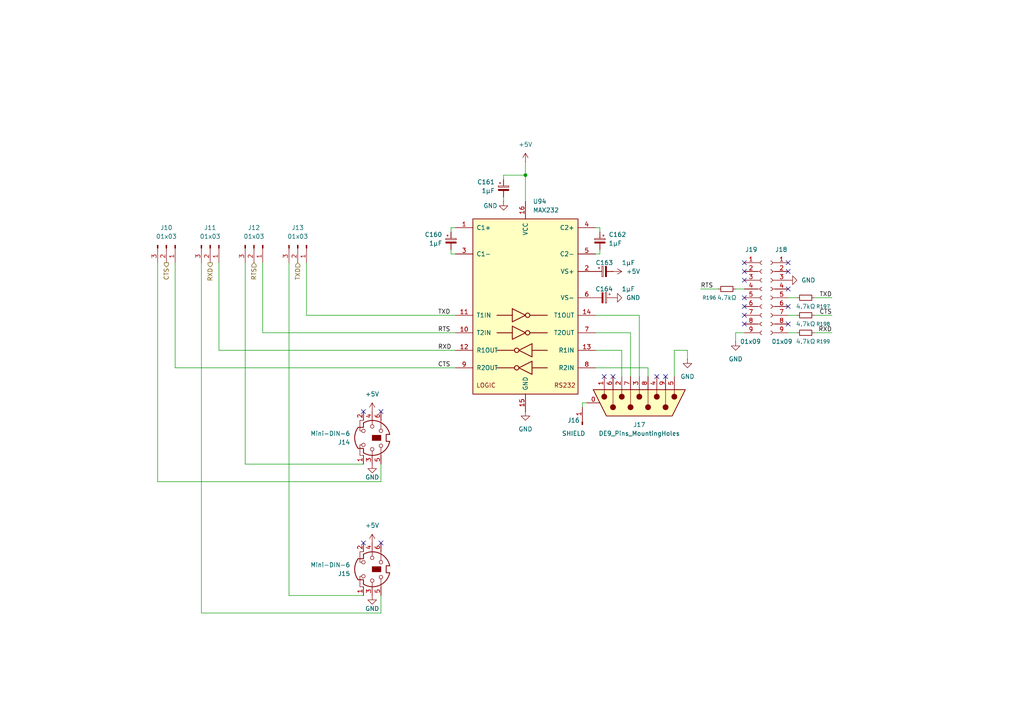
<source format=kicad_sch>
(kicad_sch (version 20250114) (generator "eeschema") (generator_version "9.0")
  (paper "A4")
  (lib_symbols
    (symbol "Connector:Conn_01x01_Pin" (pin_names (offset 1.016) (hide yes))
      (property "Reference" "J" (at 0 2.54 0))
      (property "Value" "Conn_01x01_Pin" (at 0 -2.54 0))
      (symbol "Conn_01x01_Pin_1_1"
        (rectangle (start 0.8636 0.127) (end 0 -0.127) (stroke (width 0.1524)) (fill (type outline)))
        (polyline (pts (xy 1.27 0) (xy 0.8636 0)) (stroke (width 0.1524)))
        (pin passive line (at 5.08 0 180) (length 3.81) (name "Pin_1") (number "1"))
      )
    )
    (symbol "Connector:Conn_01x03_Pin" (pin_names (offset 1.016) (hide yes))
      (property "Reference" "J" (at 0 5.08 0))
      (property "Value" "Conn_01x03_Pin" (at 0 -5.08 0))
      (symbol "Conn_01x03_Pin_1_1"
        (rectangle (start 0.8636 2.667) (end 0 2.413) (stroke (width 0.1524)) (fill (type outline)))
        (rectangle (start 0.8636 0.127) (end 0 -0.127) (stroke (width 0.1524)) (fill (type outline)))
        (rectangle (start 0.8636 -2.413) (end 0 -2.667) (stroke (width 0.1524)) (fill (type outline)))
        (polyline (pts (xy 1.27 2.54) (xy 0.8636 2.54)) (stroke (width 0.1524)))
        (polyline (pts (xy 1.27 0) (xy 0.8636 0)) (stroke (width 0.1524)))
        (polyline (pts (xy 1.27 -2.54) (xy 0.8636 -2.54)) (stroke (width 0.1524)))
        (pin passive line (at 5.08 2.54 180) (length 3.81) (name "Pin_1") (number "1"))
        (pin passive line (at 5.08 0 180) (length 3.81) (name "Pin_2") (number "2"))
        (pin passive line (at 5.08 -2.54 180) (length 3.81) (name "Pin_3") (number "3"))
      )
    )
    (symbol "Connector:Conn_01x09_Socket" (pin_names (offset 1.016) (hide yes))
      (property "Reference" "J" (at 0 12.7 0))
      (property "Value" "Conn_01x09_Socket" (at 0 -12.7 0))
      (symbol "Conn_01x09_Socket_1_1"
        (polyline (pts (xy -1.27 10.16) (xy -0.508 10.16)) (stroke (width 0.1524)))
        (polyline (pts (xy -1.27 7.62) (xy -0.508 7.62)) (stroke (width 0.1524)))
        (polyline (pts (xy -1.27 5.08) (xy -0.508 5.08)) (stroke (width 0.1524)))
        (polyline (pts (xy -1.27 2.54) (xy -0.508 2.54)) (stroke (width 0.1524)))
        (polyline (pts (xy -1.27 0) (xy -0.508 0)) (stroke (width 0.1524)))
        (polyline (pts (xy -1.27 -2.54) (xy -0.508 -2.54)) (stroke (width 0.1524)))
        (polyline (pts (xy -1.27 -5.08) (xy -0.508 -5.08)) (stroke (width 0.1524)))
        (polyline (pts (xy -1.27 -7.62) (xy -0.508 -7.62)) (stroke (width 0.1524)))
        (polyline (pts (xy -1.27 -10.16) (xy -0.508 -10.16)) (stroke (width 0.1524)))
        (arc (start 0 9.652) (mid -0.5058 10.16) (end 0 10.668) (stroke (width 0.1524)))
        (arc (start 0 7.112) (mid -0.5058 7.62) (end 0 8.128) (stroke (width 0.1524)))
        (arc (start 0 4.572) (mid -0.5058 5.08) (end 0 5.588) (stroke (width 0.1524)))
        (arc (start 0 2.032) (mid -0.5058 2.54) (end 0 3.048) (stroke (width 0.1524)))
        (arc (start 0 -0.508) (mid -0.5058 0) (end 0 0.508) (stroke (width 0.1524)))
        (arc (start 0 -3.048) (mid -0.5058 -2.54) (end 0 -2.032) (stroke (width 0.1524)))
        (arc (start 0 -5.588) (mid -0.5058 -5.08) (end 0 -4.572) (stroke (width 0.1524)))
        (arc (start 0 -8.128) (mid -0.5058 -7.62) (end 0 -7.112) (stroke (width 0.1524)))
        (arc (start 0 -10.668) (mid -0.5058 -10.16) (end 0 -9.652) (stroke (width 0.1524)))
        (pin passive line (at -5.08 10.16 0) (length 3.81) (name "Pin_1") (number "1"))
        (pin passive line (at -5.08 7.62 0) (length 3.81) (name "Pin_2") (number "2"))
        (pin passive line (at -5.08 5.08 0) (length 3.81) (name "Pin_3") (number "3"))
        (pin passive line (at -5.08 2.54 0) (length 3.81) (name "Pin_4") (number "4"))
        (pin passive line (at -5.08 0 0) (length 3.81) (name "Pin_5") (number "5"))
        (pin passive line (at -5.08 -2.54 0) (length 3.81) (name "Pin_6") (number "6"))
        (pin passive line (at -5.08 -5.08 0) (length 3.81) (name "Pin_7") (number "7"))
        (pin passive line (at -5.08 -7.62 0) (length 3.81) (name "Pin_8") (number "8"))
        (pin passive line (at -5.08 -10.16 0) (length 3.81) (name "Pin_9") (number "9"))
      )
    )
    (symbol "Connector:DE9_Pins_MountingHoles" (pin_names (offset 1.016) (hide yes))
      (property "Reference" "J" (at 0 16.51 0))
      (property "Value" "DE9_Pins_MountingHoles" (at 0 14.605 0))
      (symbol "DE9_Pins_MountingHoles_0_1"
        (polyline (pts (xy -3.81 10.16) (xy -2.54 10.16)))
        (polyline (pts (xy -3.81 7.62) (xy 0.508 7.62)))
        (polyline (pts (xy -3.81 5.08) (xy -2.54 5.08)))
        (polyline (pts (xy -3.81 2.54) (xy 0.508 2.54)))
        (polyline (pts (xy -3.81 0) (xy -2.54 0)))
        (polyline (pts (xy -3.81 -2.54) (xy 0.508 -2.54)))
        (polyline (pts (xy -3.81 -5.08) (xy -2.54 -5.08)))
        (polyline (pts (xy -3.81 -7.62) (xy 0.508 -7.62)))
        (polyline (pts (xy -3.81 -10.16) (xy -2.54 -10.16)))
        (polyline (pts (xy -3.81 -13.335) (xy -3.81 13.335) (xy 3.81 9.525) (xy 3.81 -9.525) (xy -3.81 -13.335)) (stroke (width 0.254)) (fill (type background)))
        (circle (center -1.778 10.16) (radius 0.762) (fill (type outline)))
        (circle (center -1.778 5.08) (radius 0.762) (fill (type outline)))
        (circle (center -1.778 0) (radius 0.762) (fill (type outline)))
        (circle (center -1.778 -5.08) (radius 0.762) (fill (type outline)))
        (circle (center -1.778 -10.16) (radius 0.762) (fill (type outline)))
        (circle (center 1.27 7.62) (radius 0.762) (fill (type outline)))
        (circle (center 1.27 2.54) (radius 0.762) (fill (type outline)))
        (circle (center 1.27 -2.54) (radius 0.762) (fill (type outline)))
        (circle (center 1.27 -7.62) (radius 0.762) (fill (type outline)))
      )
      (symbol "DE9_Pins_MountingHoles_1_1"
        (pin passive line (at -7.62 10.16 0) (length 3.81) (name "5") (number "5"))
        (pin passive line (at -7.62 7.62 0) (length 3.81) (name "9") (number "9"))
        (pin passive line (at -7.62 5.08 0) (length 3.81) (name "4") (number "4"))
        (pin passive line (at -7.62 2.54 0) (length 3.81) (name "8") (number "8"))
        (pin passive line (at -7.62 0 0) (length 3.81) (name "3") (number "3"))
        (pin passive line (at -7.62 -2.54 0) (length 3.81) (name "7") (number "7"))
        (pin passive line (at -7.62 -5.08 0) (length 3.81) (name "2") (number "2"))
        (pin passive line (at -7.62 -7.62 0) (length 3.81) (name "6") (number "6"))
        (pin passive line (at -7.62 -10.16 0) (length 3.81) (name "1") (number "1"))
        (pin passive line (at 0 -15.24 90) (length 3.81) (name "PAD") (number "0"))
      )
    )
    (symbol "Connector:Mini-DIN-6" (pin_names (offset 1.016))
      (property "Reference" "J" (at 0 6.35 0))
      (property "Value" "Mini-DIN-6" (at 0 -6.35 0))
      (symbol "Mini-DIN-6_0_1"
        (polyline (pts (xy -4.318 -2.54) (xy -3.048 -2.54) (xy -3.048 -4.064)) (stroke (width 0.254)))
        (polyline (pts (xy -3.81 0) (xy -5.08 0)))
        (circle (center -3.302 0) (radius 0.508))
        (polyline (pts (xy -2.54 2.54) (xy -5.08 2.54)))
        (circle (center -2.032 2.54) (radius 0.508))
        (circle (center -2.032 -2.54) (radius 0.508))
        (polyline (pts (xy -2.032 -3.048) (xy -2.032 -3.556) (xy -5.08 -3.556) (xy -5.08 -2.54)))
        (polyline (pts (xy -1.016 5.08) (xy -1.016 4.064) (xy 1.016 4.064) (xy 1.016 5.08)) (stroke (width 0.254)))
        (rectangle (start -0.762 2.54) (end 0.762 0) (fill (type outline)))
        (arc (start 3.048 -4.064) (mid 0 -5.08) (end -3.048 -4.064) (stroke (width 0.254)))
        (arc (start 1.016 5.08) (mid 4.6646 2.1356) (end 4.318 -2.54) (stroke (width 0.254)))
        (arc (start -4.318 -2.54) (mid -4.6241 2.1181) (end -1.016 5.08) (stroke (width 0.254)))
        (circle (center 2.032 -2.54) (radius 0.508))
        (polyline (pts (xy 2.032 -3.048) (xy 2.032 -3.556) (xy 5.08 -3.556) (xy 5.08 -2.54)))
        (circle (center 2.286 2.54) (radius 0.508))
        (polyline (pts (xy 2.794 2.54) (xy 5.08 2.54)))
        (circle (center 3.302 0) (radius 0.508))
        (polyline (pts (xy 4.318 -2.54) (xy 3.048 -2.54) (xy 3.048 -4.064)) (stroke (width 0.254)))
        (polyline (pts (xy 5.08 0) (xy 3.81 0)))
      )
      (symbol "Mini-DIN-6_1_1"
        (pin passive line (at -7.62 2.54 0) (length 2.54) (name "~") (number "6"))
        (pin passive line (at -7.62 0 0) (length 2.54) (name "~") (number "4"))
        (pin passive line (at -7.62 -2.54 0) (length 2.54) (name "~") (number "2"))
        (pin passive line (at 7.62 2.54 180) (length 2.54) (name "~") (number "5"))
        (pin passive line (at 7.62 0 180) (length 2.54) (name "~") (number "3"))
        (pin passive line (at 7.62 -2.54 180) (length 2.54) (name "~") (number "1"))
      )
    )
    (symbol "Device:C_Polarized_Small" (pin_numbers (hide yes)) (pin_names (offset 0.254) (hide yes))
      (property "Reference" "C" (at 0.254 1.778 0))
      (property "Value" "C_Polarized_Small" (at 0.254 -2.032 0))
      (symbol "C_Polarized_Small_0_1"
        (rectangle (start -1.524 0.6858) (end 1.524 0.3048))
        (rectangle (start -1.524 -0.3048) (end 1.524 -0.6858) (fill (type outline)))
        (polyline (pts (xy -1.27 1.524) (xy -0.762 1.524)))
        (polyline (pts (xy -1.016 1.27) (xy -1.016 1.778)))
      )
      (symbol "C_Polarized_Small_1_1"
        (pin passive line (at 0 2.54 270) (length 1.8542) (name "~") (number "1"))
        (pin passive line (at 0 -2.54 90) (length 1.8542) (name "~") (number "2"))
      )
    )
    (symbol "Device:R_Small" (pin_numbers (hide yes)) (pin_names (offset 0.254) (hide yes))
      (property "Reference" "R" (at 0 0 90))
      (property "Value" "R_Small" (at 1.778 0 90))
      (symbol "R_Small_0_1"
        (rectangle (start -0.762 1.778) (end 0.762 -1.778) (stroke (width 0.2032)))
      )
      (symbol "R_Small_1_1"
        (pin passive line (at 0 2.54 270) (length 0.762) (name "~") (number "1"))
        (pin passive line (at 0 -2.54 90) (length 0.762) (name "~") (number "2"))
      )
    )
    (symbol "Interface_UART:MAX232" (pin_names (offset 1.016))
      (property "Reference" "U" (at -2.54 28.575 0))
      (property "Value" "MAX232" (at -2.54 26.67 0))
      (symbol "MAX232_0_0"
        (text "LOGIC" (at -11.43 -22.86 0) (effects (font (size 1.27 1.27))))
        (text "RS232" (at 11.43 -22.86 0) (effects (font (size 1.27 1.27))))
      )
      (symbol "MAX232_0_1"
        (rectangle (start -15.24 -25.4) (end 15.24 25.4) (stroke (width 0.254)) (fill (type background)))
        (polyline (pts (xy -3.81 -0.635) (xy -3.81 -4.445) (xy 0 -2.54) (xy -3.81 -0.635)) (stroke (width 0.254)))
        (polyline (pts (xy -3.81 -2.54) (xy -8.255 -2.54)) (stroke (width 0.254)))
        (polyline (pts (xy -3.81 -5.715) (xy -3.81 -9.525) (xy 0 -7.62) (xy -3.81 -5.715)) (stroke (width 0.254)))
        (polyline (pts (xy -3.81 -7.62) (xy -8.255 -7.62)) (stroke (width 0.254)))
        (polyline (pts (xy -3.175 -12.7) (xy -8.255 -12.7)) (stroke (width 0.254)))
        (polyline (pts (xy -3.175 -17.78) (xy -8.255 -17.78)) (stroke (width 0.254)))
        (circle (center -2.54 -12.7) (radius 0.635) (stroke (width 0.254)))
        (circle (center -2.54 -17.78) (radius 0.635) (stroke (width 0.254)))
        (circle (center 0.635 -2.54) (radius 0.635) (stroke (width 0.254)))
        (circle (center 0.635 -7.62) (radius 0.635) (stroke (width 0.254)))
        (polyline (pts (xy 1.27 -2.54) (xy 6.35 -2.54)) (stroke (width 0.254)))
        (polyline (pts (xy 1.27 -7.62) (xy 6.35 -7.62)) (stroke (width 0.254)))
        (polyline (pts (xy 1.905 -10.795) (xy 1.905 -14.605) (xy -1.905 -12.7) (xy 1.905 -10.795)) (stroke (width 0.254)))
        (polyline (pts (xy 1.905 -12.7) (xy 6.35 -12.7)) (stroke (width 0.254)))
        (polyline (pts (xy 1.905 -15.875) (xy 1.905 -19.685) (xy -1.905 -17.78) (xy 1.905 -15.875)) (stroke (width 0.254)))
        (polyline (pts (xy 1.905 -17.78) (xy 6.35 -17.78)) (stroke (width 0.254)))
      )
      (symbol "MAX232_1_1"
        (pin passive line (at -20.32 22.86 0) (length 5.08) (name "C1+") (number "1"))
        (pin passive line (at -20.32 15.24 0) (length 5.08) (name "C1-") (number "3"))
        (pin input line (at -20.32 -2.54 0) (length 5.08) (name "T1IN") (number "11"))
        (pin input line (at -20.32 -7.62 0) (length 5.08) (name "T2IN") (number "10"))
        (pin output line (at -20.32 -12.7 0) (length 5.08) (name "R1OUT") (number "12"))
        (pin output line (at -20.32 -17.78 0) (length 5.08) (name "R2OUT") (number "9"))
        (pin power_in line (at 0 30.48 270) (length 5.08) (name "VCC") (number "16"))
        (pin power_in line (at 0 -30.48 90) (length 5.08) (name "GND") (number "15"))
        (pin passive line (at 20.32 22.86 180) (length 5.08) (name "C2+") (number "4"))
        (pin passive line (at 20.32 15.24 180) (length 5.08) (name "C2-") (number "5"))
        (pin power_out line (at 20.32 10.16 180) (length 5.08) (name "VS+") (number "2"))
        (pin power_out line (at 20.32 2.54 180) (length 5.08) (name "VS-") (number "6"))
        (pin output line (at 20.32 -2.54 180) (length 5.08) (name "T1OUT") (number "14"))
        (pin output line (at 20.32 -7.62 180) (length 5.08) (name "T2OUT") (number "7"))
        (pin input line (at 20.32 -12.7 180) (length 5.08) (name "R1IN") (number "13"))
        (pin input line (at 20.32 -17.78 180) (length 5.08) (name "R2IN") (number "8"))
      )
    )
    (symbol "power:+5V" (power) (pin_numbers (hide yes)) (pin_names (offset 0) (hide yes))
      (property "Value" "+5V" (at 0 3.556 0))
      (symbol "+5V_0_1"
        (polyline (pts (xy -0.762 1.27) (xy 0 2.54)))
        (polyline (pts (xy 0 2.54) (xy 0.762 1.27)))
        (polyline (pts (xy 0 0) (xy 0 2.54)))
      )
      (symbol "+5V_1_1"
        (pin power_in line (at 0 0 90) (length 0) (name "~") (number "1"))
      )
    )
    (symbol "power:GND" (power) (pin_numbers (hide yes)) (pin_names (offset 0) (hide yes))
      (property "Value" "GND" (at 0 -3.81 0))
      (symbol "GND_0_1"
        (polyline (pts (xy 0 0) (xy 0 -1.27) (xy 1.27 -1.27) (xy 0 -2.54) (xy -1.27 -1.27) (xy 0 -1.27)))
      )
      (symbol "GND_1_1"
        (pin power_in line (at 0 0 270) (length 0) (name "~") (number "1"))
      )
    )
  )
  (junction (at 152.4 50.8))
  (no_connect (at 228.6 78.74))
  (no_connect (at 110.49 119.38))
  (no_connect (at 215.9 81.28))
  (no_connect (at 215.9 76.2))
  (no_connect (at 228.6 88.9))
  (no_connect (at 228.6 83.82))
  (no_connect (at 110.49 157.48))
  (no_connect (at 177.8 109.22))
  (no_connect (at 228.6 93.98))
  (no_connect (at 215.9 78.74))
  (no_connect (at 215.9 91.44))
  (no_connect (at 190.5 109.22))
  (no_connect (at 193.04 109.22))
  (no_connect (at 215.9 86.36))
  (no_connect (at 105.41 119.38))
  (no_connect (at 105.41 157.48))
  (no_connect (at 175.26 109.22))
  (no_connect (at 215.9 93.98))
  (no_connect (at 215.9 88.9))
  (no_connect (at 228.6 76.2))
  (wire (pts (xy 187.96 109.22) (xy 187.96 106.68)))
  (wire (pts (xy 172.72 96.52) (xy 182.88 96.52)))
  (wire (pts (xy 110.49 177.8) (xy 58.42 177.8)))
  (wire (pts (xy 130.81 73.66) (xy 130.81 72.39)))
  (wire (pts (xy 173.99 66.04) (xy 172.72 66.04)))
  (wire (pts (xy 58.42 76.2) (xy 58.42 177.8)))
  (wire (pts (xy 199.39 104.14) (xy 199.39 101.6)))
  (wire (pts (xy 228.6 86.36) (xy 231.14 86.36)))
  (wire (pts (xy 50.8 76.2) (xy 50.8 106.68)))
  (wire (pts (xy 146.05 50.8) (xy 152.4 50.8)))
  (wire (pts (xy 236.22 86.36) (xy 241.3 86.36)))
  (wire (pts (xy 213.36 96.52) (xy 213.36 99.06)))
  (wire (pts (xy 203.2 83.82) (xy 208.28 83.82)))
  (wire (pts (xy 110.49 134.62) (xy 110.49 139.7)))
  (wire (pts (xy 180.34 109.22) (xy 180.34 101.6)))
  (wire (pts (xy 105.41 134.62) (xy 71.12 134.62)))
  (wire (pts (xy 236.22 96.52) (xy 241.3 96.52)))
  (wire (pts (xy 50.8 106.68) (xy 132.08 106.68)))
  (wire (pts (xy 170.18 116.84) (xy 168.91 116.84)))
  (wire (pts (xy 76.2 96.52) (xy 76.2 76.2)))
  (wire (pts (xy 146.05 52.07) (xy 146.05 50.8)))
  (wire (pts (xy 195.58 101.6) (xy 195.58 109.22)))
  (wire (pts (xy 236.22 91.44) (xy 241.3 91.44)))
  (wire (pts (xy 146.05 57.15) (xy 146.05 58.42)))
  (wire (pts (xy 83.82 76.2) (xy 83.82 172.72)))
  (wire (pts (xy 71.12 76.2) (xy 71.12 134.62)))
  (wire (pts (xy 228.6 91.44) (xy 231.14 91.44)))
  (wire (pts (xy 152.4 46.99) (xy 152.4 50.8)))
  (wire (pts (xy 182.88 96.52) (xy 182.88 109.22)))
  (wire (pts (xy 215.9 96.52) (xy 213.36 96.52)))
  (wire (pts (xy 45.72 76.2) (xy 45.72 139.7)))
  (wire (pts (xy 110.49 172.72) (xy 110.49 177.8)))
  (wire (pts (xy 213.36 83.82) (xy 215.9 83.82)))
  (wire (pts (xy 76.2 96.52) (xy 132.08 96.52)))
  (wire (pts (xy 63.5 101.6) (xy 132.08 101.6)))
  (wire (pts (xy 88.9 91.44) (xy 132.08 91.44)))
  (wire (pts (xy 185.42 91.44) (xy 172.72 91.44)))
  (wire (pts (xy 132.08 73.66) (xy 130.81 73.66)))
  (wire (pts (xy 199.39 101.6) (xy 195.58 101.6)))
  (wire (pts (xy 173.99 67.31) (xy 173.99 66.04)))
  (wire (pts (xy 185.42 109.22) (xy 185.42 91.44)))
  (wire (pts (xy 187.96 106.68) (xy 172.72 106.68)))
  (wire (pts (xy 105.41 172.72) (xy 83.82 172.72)))
  (wire (pts (xy 173.99 73.66) (xy 173.99 72.39)))
  (wire (pts (xy 152.4 50.8) (xy 152.4 58.42)))
  (wire (pts (xy 228.6 96.52) (xy 231.14 96.52)))
  (wire (pts (xy 88.9 91.44) (xy 88.9 76.2)))
  (wire (pts (xy 63.5 101.6) (xy 63.5 76.2)))
  (wire (pts (xy 172.72 73.66) (xy 173.99 73.66)))
  (wire (pts (xy 110.49 139.7) (xy 45.72 139.7)))
  (wire (pts (xy 180.34 101.6) (xy 172.72 101.6)))
  (wire (pts (xy 130.81 66.04) (xy 132.08 66.04)))
  (wire (pts (xy 168.91 116.84) (xy 168.91 118.11)))
  (wire (pts (xy 130.81 67.31) (xy 130.81 66.04)))
  (label "RXD" (at 127 101.6 0))
  (label "RXD" (at 241.3 96.52 180))
  (label "TXD" (at 127 91.44 0))
  (label "CTS" (at 241.3 91.44 180))
  (label "CTS" (at 127 106.68 0))
  (label "RTS" (at 127 96.52 0))
  (label "RTS" (at 203.2 83.82 0))
  (label "TXD" (at 241.3 86.36 180))
  (hierarchical_label "RXD" (shape output) (at 60.96 76.2 270))
  (hierarchical_label "RTS" (shape input) (at 73.66 76.2 270))
  (hierarchical_label "TXD" (shape input) (at 86.36 76.2 270))
  (hierarchical_label "CTS" (shape output) (at 48.26 76.2 270))
  (symbol (lib_id "Connector:Mini-DIN-6") (at 107.95 127 270) (unit 1)
    (property "Reference" "J14" (at 101.6 128.2879 90) (effects (justify right)))
    (property "Value" "Mini-DIN-6" (at 101.6 125.7479 90) (effects (justify right)))
    (property "Datasheet" "http://service.powerdynamics.com/ec/Catalog17/Section%2011.pdf" (effects (hide yes)))
    (property "Description" "6-pin Mini-DIN connector" (effects (hide yes)))
  )
  (symbol (lib_id "Connector:Mini-DIN-6") (at 107.95 165.1 270) (unit 1)
    (property "Reference" "J15" (at 101.6 166.3879 90) (effects (justify right)))
    (property "Value" "Mini-DIN-6" (at 101.6 163.8479 90) (effects (justify right)))
    (property "Datasheet" "http://service.powerdynamics.com/ec/Catalog17/Section%2011.pdf" (effects (hide yes)))
    (property "Description" "6-pin Mini-DIN connector" (effects (hide yes)))
  )
  (symbol (lib_id "Connector:Conn_01x01_Pin") (at 168.91 123.19 270) (mirror x) (unit 1)
    (property "Reference" "J16" (at 166.37 121.92 90))
    (property "Value" "SHIELD" (at 166.37 125.73 90))
    (property "Description" "Generic connector, single row, 01x01, script generated" (effects (hide yes)))
  )
  (symbol (lib_id "Connector:Conn_01x03_Pin") (at 86.36 71.12 270) (unit 1)
    (property "Reference" "J13" (at 86.36 66.04 90))
    (property "Value" "01x03" (at 86.36 68.58 90))
    (property "Description" "Generic connector, single row, 01x03, script generated" (effects (hide yes)))
  )
  (symbol (lib_id "power:+5V") (at 152.4 46.99 0) (unit 1)
    (property "Reference" "#PWR0555" (effects (hide yes)))
    (property "Value" "+5V" (at 152.4 41.91 0))
    (property "Description" "Power symbol creates a global label with name \"+5V\"" (effects (hide yes)))
  )
  (symbol (lib_id "power:GND") (at 146.05 58.42 0) (unit 1)
    (property "Reference" "#PWR0554" (effects (hide yes)))
    (property "Value" "GND" (at 142.24 59.69 0))
    (property "Description" "Power symbol creates a global label with name \"GND\" , ground" (effects (hide yes)))
  )
  (symbol (lib_id "power:GND") (at 177.8 86.36 90) (unit 1)
    (property "Reference" "#PWR0558" (effects (hide yes)))
    (property "Value" "GND" (at 181.61 86.3599 90) (effects (justify right)))
    (property "Description" "Power symbol creates a global label with name \"GND\" , ground" (effects (hide yes)))
  )
  (symbol (lib_id "Device:R_Small") (at 210.82 83.82 90) (mirror x) (unit 1)
    (property "Reference" "R196" (at 205.74 86.36 90) (effects (font (size 1.016 1.016))))
    (property "Value" "4.7kΩ" (at 210.82 86.36 90))
    (property "Description" "Resistor, small symbol" (effects (hide yes)))
  )
  (symbol (lib_id "Device:C_Polarized_Small") (at 175.26 78.74 90) (mirror x) (unit 1)
    (property "Reference" "C163" (at 172.72 76.2 90) (effects (justify right)))
    (property "Value" "1µF" (at 180.34 76.2 90) (effects (justify right)))
    (property "Description" "Polarized capacitor, small symbol" (effects (hide yes)))
  )
  (symbol (lib_id "power:GND") (at 199.39 104.14 0) (unit 1)
    (property "Reference" "#PWR0559" (effects (hide yes)))
    (property "Value" "GND" (at 199.39 109.22 0))
    (property "Description" "Power symbol creates a global label with name \"GND\" , ground" (effects (hide yes)))
  )
  (symbol (lib_id "Device:C_Polarized_Small") (at 175.26 86.36 270) (unit 1)
    (property "Reference" "C164" (at 177.8 83.82 90) (effects (justify right)))
    (property "Value" "1µF" (at 184.15 83.82 90) (effects (justify right)))
    (property "Description" "Polarized capacitor, small symbol" (effects (hide yes)))
  )
  (symbol (lib_id "power:GND") (at 213.36 99.06 0) (unit 1)
    (property "Reference" "#PWR0560" (effects (hide yes)))
    (property "Value" "GND" (at 213.36 104.14 0))
    (property "Description" "Power symbol creates a global label with name \"GND\" , ground" (effects (hide yes)))
  )
  (symbol (lib_id "Device:C_Polarized_Small") (at 130.81 69.85 0) (unit 1)
    (property "Reference" "C160" (at 128.27 68.0338 0) (effects (justify right)))
    (property "Value" "1µF" (at 128.27 70.5738 0) (effects (justify right)))
    (property "Description" "Polarized capacitor, small symbol" (effects (hide yes)))
  )
  (symbol (lib_id "power:GND") (at 107.95 134.62 0) (unit 1)
    (property "Reference" "#PWR0551" (effects (hide yes)))
    (property "Value" "GND" (at 107.95 138.43 0))
    (property "Description" "Power symbol creates a global label with name \"GND\" , ground" (effects (hide yes)))
  )
  (symbol (lib_id "Device:R_Small") (at 233.68 86.36 90) (mirror x) (unit 1)
    (property "Reference" "R197" (at 238.76 88.9 90) (effects (font (size 1.016 1.016))))
    (property "Value" "4.7kΩ" (at 233.68 88.9 90))
    (property "Description" "Resistor, small symbol" (effects (hide yes)))
  )
  (symbol (lib_id "power:GND") (at 152.4 119.38 0) (unit 1)
    (property "Reference" "#PWR0556" (effects (hide yes)))
    (property "Value" "GND" (at 152.4 124.46 0))
    (property "Description" "Power symbol creates a global label with name \"GND\" , ground" (effects (hide yes)))
  )
  (symbol (lib_id "Connector:Conn_01x09_Socket") (at 223.52 86.36 0) (mirror y) (unit 1)
    (property "Reference" "J19" (at 219.71 72.39 0) (effects (justify left)))
    (property "Value" "01x09" (at 229.87 99.06 0) (effects (justify left)))
    (property "Description" "Generic connector, single row, 01x09, script generated" (effects (hide yes)))
  )
  (symbol (lib_id "power:+5V") (at 177.8 78.74 270) (unit 1)
    (property "Reference" "#PWR0557" (effects (hide yes)))
    (property "Value" "+5V" (at 181.61 78.7399 90) (effects (justify left)))
    (property "Description" "Power symbol creates a global label with name \"+5V\"" (effects (hide yes)))
  )
  (symbol (lib_id "power:+5V") (at 107.95 119.38 0) (unit 1)
    (property "Reference" "#PWR0550" (effects (hide yes)))
    (property "Value" "+5V" (at 107.95 114.3 0))
    (property "Description" "Power symbol creates a global label with name \"+5V\"" (effects (hide yes)))
  )
  (symbol (lib_id "Device:R_Small") (at 233.68 91.44 90) (mirror x) (unit 1)
    (property "Reference" "R198" (at 238.76 93.98 90) (effects (font (size 1.016 1.016))))
    (property "Value" "4.7kΩ" (at 233.68 93.98 90))
    (property "Description" "Resistor, small symbol" (effects (hide yes)))
  )
  (symbol (lib_id "Connector:Conn_01x03_Pin") (at 60.96 71.12 270) (unit 1)
    (property "Reference" "J11" (at 60.96 66.04 90))
    (property "Value" "01x03" (at 60.96 68.58 90))
    (property "Description" "Generic connector, single row, 01x03, script generated" (effects (hide yes)))
  )
  (symbol (lib_id "Device:C_Polarized_Small") (at 146.05 54.61 0) (unit 1)
    (property "Reference" "C161" (at 143.51 52.7938 0) (effects (justify right)))
    (property "Value" "1µF" (at 143.51 55.3338 0) (effects (justify right)))
    (property "Description" "Polarized capacitor, small symbol" (effects (hide yes)))
  )
  (symbol (lib_id "power:GND") (at 107.95 172.72 0) (unit 1)
    (property "Reference" "#PWR0553" (effects (hide yes)))
    (property "Value" "GND" (at 107.95 176.53 0))
    (property "Description" "Power symbol creates a global label with name \"GND\" , ground" (effects (hide yes)))
  )
  (symbol (lib_id "power:+5V") (at 107.95 157.48 0) (unit 1)
    (property "Reference" "#PWR0552" (effects (hide yes)))
    (property "Value" "+5V" (at 107.95 152.4 0))
    (property "Description" "Power symbol creates a global label with name \"+5V\"" (effects (hide yes)))
  )
  (symbol (lib_id "Device:C_Polarized_Small") (at 173.99 69.85 0) (mirror y) (unit 1)
    (property "Reference" "C162" (at 176.53 68.0338 0) (effects (justify right)))
    (property "Value" "1µF" (at 176.53 70.5738 0) (effects (justify right)))
    (property "Description" "Polarized capacitor, small symbol" (effects (hide yes)))
  )
  (symbol (lib_id "Device:R_Small") (at 233.68 96.52 90) (mirror x) (unit 1)
    (property "Reference" "R199" (at 238.76 99.06 90) (effects (font (size 1.016 1.016))))
    (property "Value" "4.7kΩ" (at 233.68 99.06 90))
    (property "Description" "Resistor, small symbol" (effects (hide yes)))
  )
  (symbol (lib_id "Interface_UART:MAX232") (at 152.4 88.9 0) (unit 1)
    (property "Reference" "U94" (at 154.5433 58.42 0) (effects (justify left)))
    (property "Value" "MAX232" (at 154.5433 60.96 0) (effects (justify left)))
    (property "Datasheet" "http://www.ti.com/lit/ds/symlink/max232.pdf" (effects (hide yes)))
    (property "Description" "Dual RS232 driver/receiver, 5V supply, 120kb/s, 0C-70C" (effects (hide yes)))
  )
  (symbol (lib_id "Connector:Conn_01x03_Pin") (at 73.66 71.12 270) (unit 1)
    (property "Reference" "J12" (at 73.66 66.04 90))
    (property "Value" "01x03" (at 73.66 68.58 90))
    (property "Description" "Generic connector, single row, 01x03, script generated" (effects (hide yes)))
  )
  (symbol (lib_id "Connector:Conn_01x09_Socket") (at 220.98 86.36 0) (unit 1)
    (property "Reference" "J18" (at 224.79 72.39 0) (effects (justify left)))
    (property "Value" "01x09" (at 214.63 99.06 0) (effects (justify left)))
    (property "Description" "Generic connector, single row, 01x09, script generated" (effects (hide yes)))
  )
  (symbol (lib_id "Connector:Conn_01x03_Pin") (at 48.26 71.12 270) (unit 1)
    (property "Reference" "J10" (at 48.26 66.04 90))
    (property "Value" "01x03" (at 48.26 68.58 90))
    (property "Description" "Generic connector, single row, 01x03, script generated" (effects (hide yes)))
  )
  (symbol (lib_id "power:GND") (at 228.6 81.28 90) (unit 1)
    (property "Reference" "#PWR0561" (effects (hide yes)))
    (property "Value" "GND" (at 232.41 81.2799 90) (effects (justify right)))
    (property "Description" "Power symbol creates a global label with name \"GND\" , ground" (effects (hide yes)))
  )
  (symbol (lib_id "Connector:DE9_Pins_MountingHoles") (at 185.42 116.84 270) (unit 1)
    (property "Reference" "J17" (at 185.42 123.19 90))
    (property "Value" "DE9_Pins_MountingHoles" (at 185.42 125.73 90))
    (property "Description" "9-pin D-SUB connector, pins (male), Mounting Hole" (effects (hide yes)))
  )
)
</source>
